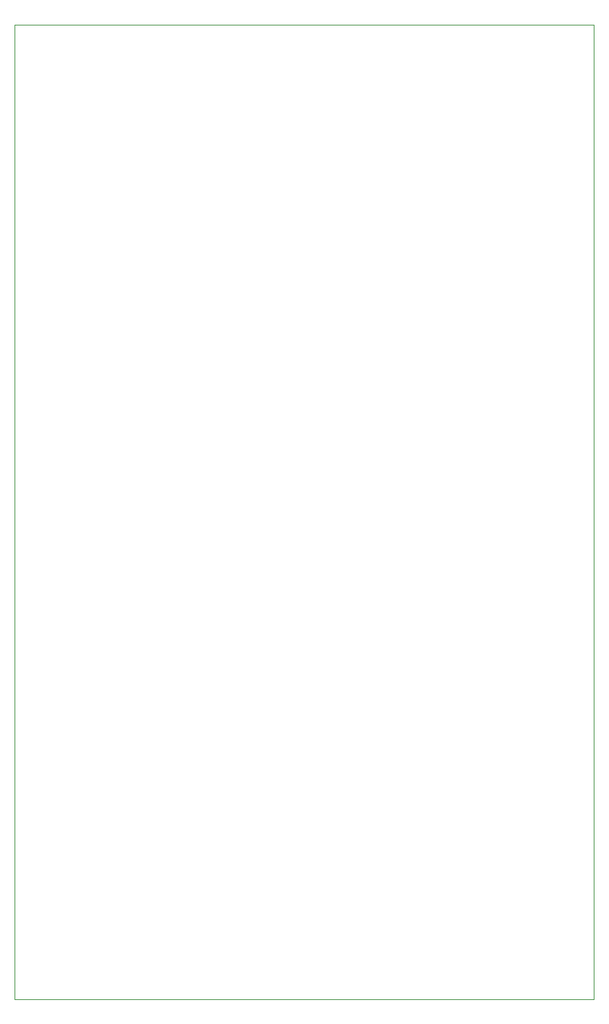
<source format=gbr>
%TF.GenerationSoftware,KiCad,Pcbnew,9.0.2*%
%TF.CreationDate,2025-06-18T14:23:29+07:00*%
%TF.ProjectId,WiFi_Frauder_DEV,57694669-5f46-4726-9175-6465725f4445,3*%
%TF.SameCoordinates,Original*%
%TF.FileFunction,Profile,NP*%
%FSLAX46Y46*%
G04 Gerber Fmt 4.6, Leading zero omitted, Abs format (unit mm)*
G04 Created by KiCad (PCBNEW 9.0.2) date 2025-06-18 14:23:29*
%MOMM*%
%LPD*%
G01*
G04 APERTURE LIST*
%TA.AperFunction,Profile*%
%ADD10C,0.050000*%
%TD*%
G04 APERTURE END LIST*
D10*
X115208750Y-33710000D02*
X182708750Y-33710000D01*
X182708750Y-147090000D01*
X115208750Y-147090000D01*
X115208750Y-33710000D01*
M02*

</source>
